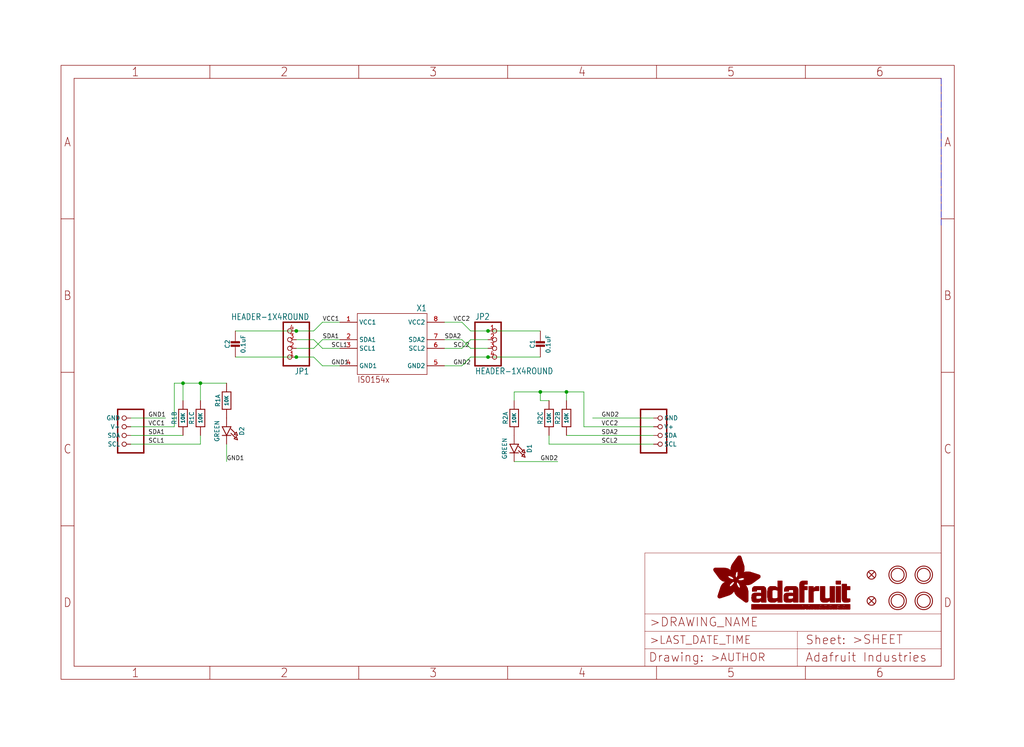
<source format=kicad_sch>
(kicad_sch (version 20211123) (generator eeschema)
  (paper "User" 298.45 217.881)
  (lib_symbols
    (symbol "schematicEagle-eagle-import:CAP_CERAMIC0603_NO"
      (property "Reference" "C" (at -2.29 1.25 90))
      (property "Value" "CAP_CERAMIC0603_NO" (at 2.3 1.25 90))
      (symbol "CAP_CERAMIC0603_NO_1_0"
        (pin passive line (at 0 5.08 270) (length 2.54) (name "1") (number "1"))
        (pin passive line (at 0 -2.54 90) (length 2.54) (name "2") (number "2"))
      )
    )
    (symbol "schematicEagle-eagle-import:FIDUCIAL_1MM")
    (symbol "schematicEagle-eagle-import:FRAME_A4_ADAFRUIT"
      (symbol "FRAME_A4_ADAFRUIT_0_0"
        (text "1" (at 21.6958 1.905 0) (effects (font (size 2.54 2.286))))
        (text "1" (at 21.6958 177.165 0) (effects (font (size 2.54 2.286))))
        (text "2" (at 65.0875 1.905 0) (effects (font (size 2.54 2.286))))
        (text "2" (at 65.0875 177.165 0) (effects (font (size 2.54 2.286))))
        (text "3" (at 108.4792 1.905 0) (effects (font (size 2.54 2.286))))
        (text "3" (at 108.4792 177.165 0) (effects (font (size 2.54 2.286))))
        (text "4" (at 151.8708 1.905 0) (effects (font (size 2.54 2.286))))
        (text "4" (at 151.8708 177.165 0) (effects (font (size 2.54 2.286))))
        (text "5" (at 195.2625 1.905 0) (effects (font (size 2.54 2.286))))
        (text "5" (at 195.2625 177.165 0) (effects (font (size 2.54 2.286))))
        (text "6" (at 238.6542 1.905 0) (effects (font (size 2.54 2.286))))
        (text "6" (at 238.6542 177.165 0) (effects (font (size 2.54 2.286))))
        (text "A" (at 1.905 156.6863 0) (effects (font (size 2.54 2.286))))
        (text "A" (at 258.445 156.6863 0) (effects (font (size 2.54 2.286))))
        (text "B" (at 1.905 111.9188 0) (effects (font (size 2.54 2.286))))
        (text "B" (at 258.445 111.9188 0) (effects (font (size 2.54 2.286))))
        (text "C" (at 1.905 67.1513 0) (effects (font (size 2.54 2.286))))
        (text "C" (at 258.445 67.1513 0) (effects (font (size 2.54 2.286))))
        (text "D" (at 1.905 22.3838 0) (effects (font (size 2.54 2.286))))
        (text "D" (at 258.445 22.3838 0) (effects (font (size 2.54 2.286))))
      )
      (symbol "FRAME_A4_ADAFRUIT_1_0"
        (text ">AUTHOR" (at 189.23 5.08 0) (effects (font (size 2.286 2.286)) (justify left bottom)))
        (text ">DRAWING_NAME" (at 171.45 15.24 0) (effects (font (size 2.54 2.54)) (justify left bottom)))
        (text ">LAST_DATE_TIME" (at 171.45 10.16 0) (effects (font (size 2.286 2.286)) (justify left bottom)))
        (text ">SHEET" (at 230.505 10.16 0) (effects (font (size 2.54 2.54)) (justify left bottom)))
        (text "Adafruit Industries" (at 216.916 4.953 0) (effects (font (size 2.54 2.54)) (justify left bottom)))
        (text "Drawing:" (at 171.196 4.953 0) (effects (font (size 2.54 2.54)) (justify left bottom)))
        (text "Sheet:" (at 216.916 10.033 0) (effects (font (size 2.54 2.54)) (justify left bottom)))
      )
    )
    (symbol "schematicEagle-eagle-import:HEADER-1X4ROUND"
      (property "Reference" "JP" (at -6.35 8.255 0))
      (property "Value" "HEADER-1X4ROUND" (at -6.35 -7.62 0))
      (symbol "HEADER-1X4ROUND_1_0"
        (pin passive inverted (at -2.54 5.08 0) (length 2.54) (name "1") (number "1"))
        (pin passive inverted (at -2.54 2.54 0) (length 2.54) (name "2") (number "2"))
        (pin passive inverted (at -2.54 0 0) (length 2.54) (name "3") (number "3"))
        (pin passive inverted (at -2.54 -2.54 0) (length 2.54) (name "4") (number "4"))
      )
    )
    (symbol "schematicEagle-eagle-import:ISO154X"
      (property "Reference" "X" (at 10.16 12.7 0))
      (symbol "ISO154X_1_0"
        (text "ISO154x" (at -10.16 -10.16 0) (effects (font (size 1.778 1.5113)) (justify left bottom)))
        (pin power_in line (at -15.24 7.62 0) (length 5.08) (name "VCC1") (number "1"))
        (pin bidirectional line (at -15.24 2.54 0) (length 5.08) (name "SDA1") (number "2"))
        (pin bidirectional line (at -15.24 0 0) (length 5.08) (name "SCL1") (number "3"))
        (pin power_in line (at -15.24 -5.08 0) (length 5.08) (name "GND1") (number "4"))
        (pin power_in line (at 15.24 -5.08 180) (length 5.08) (name "GND2") (number "5"))
        (pin bidirectional line (at 15.24 0 180) (length 5.08) (name "SCL2") (number "6"))
        (pin bidirectional line (at 15.24 2.54 180) (length 5.08) (name "SDA2") (number "7"))
        (pin power_in line (at 15.24 7.62 180) (length 5.08) (name "VCC2") (number "8"))
      )
    )
    (symbol "schematicEagle-eagle-import:LED0603_NOOUTLINE"
      (property "Reference" "D" (at -1.27 4.445 0))
      (property "Value" "LED0603_NOOUTLINE" (at -1.27 -2.794 0))
      (symbol "LED0603_NOOUTLINE_1_0"
        (pin passive line (at -5.08 0 0) (length 2.54) (name "A") (number "A"))
        (pin passive line (at 2.54 0 180) (length 2.54) (name "C") (number "C"))
      )
    )
    (symbol "schematicEagle-eagle-import:MOUNTINGHOLE2.5")
    (symbol "schematicEagle-eagle-import:RESISTOR_4PACK"
      (property "Reference" "R" (at 0 2.54 0))
      (property "Value" "RESISTOR_4PACK" (at 0 0 0))
      (symbol "RESISTOR_4PACK_1_0"
        (pin passive line (at -5.08 0 0) (length 2.54) (name "1") (number "1"))
        (pin passive line (at 5.08 0 180) (length 2.54) (name "2") (number "8"))
      )
      (symbol "RESISTOR_4PACK_2_0"
        (pin passive line (at -5.08 0 0) (length 2.54) (name "1") (number "2"))
        (pin passive line (at 5.08 0 180) (length 2.54) (name "2") (number "7"))
      )
      (symbol "RESISTOR_4PACK_3_0"
        (pin passive line (at -5.08 0 0) (length 2.54) (name "1") (number "3"))
        (pin passive line (at 5.08 0 180) (length 2.54) (name "2") (number "6"))
      )
      (symbol "RESISTOR_4PACK_4_0"
        (pin passive line (at -5.08 0 0) (length 2.54) (name "1") (number "4"))
        (pin passive line (at 5.08 0 180) (length 2.54) (name "2") (number "5"))
      )
    )
    (symbol "schematicEagle-eagle-import:STEMMA_I2C_QT"
      (symbol "STEMMA_I2C_QT_1_0"
        (pin passive inverted (at 0 5.08 0) (length 2.54) (name "GND") (number "1"))
        (pin passive inverted (at 0 2.54 0) (length 2.54) (name "V+") (number "2"))
        (pin passive inverted (at 0 0 0) (length 2.54) (name "SDA") (number "3"))
        (pin passive inverted (at 0 -2.54 0) (length 2.54) (name "SCL") (number "4"))
      )
      (symbol "STEMMA_I2C_QT_2_0"
        (pin bidirectional line (at 0 0 0) (length 5.08) (name "MT") (number "MT1"))
      )
      (symbol "STEMMA_I2C_QT_3_0"
        (pin bidirectional line (at 0 0 0) (length 5.08) (name "MT") (number "MT2"))
      )
    )
  )
  (junction (at 142.24 96.52))
  (junction (at 53.34 111.76))
  (junction (at 157.48 114.3))
  (junction (at 142.24 104.14))
  (junction (at 86.36 96.52))
  (junction (at 58.42 111.76))
  (junction (at 165.1 114.3))
  (junction (at 86.36 104.14))
  (wire (pts (xy 157.48 116.84) (xy 160.02 116.84)))
  (wire (pts (xy 134.62 106.68) (xy 137.16 104.14)))
  (wire (pts (xy 93.98 101.6) (xy 99.06 101.6)))
  (wire (pts (xy 58.42 111.76) (xy 66.04 111.76)))
  (wire (pts (xy 149.86 134.62) (xy 162.56 134.62)))
  (wire (pts (xy 86.36 96.52) (xy 68.58 96.52)))
  (wire (pts (xy 93.98 106.68) (xy 99.06 106.68)))
  (wire (pts (xy 157.48 114.3) (xy 149.86 114.3)))
  (wire (pts (xy 38.1 129.54) (xy 58.42 129.54)))
  (wire (pts (xy 142.24 96.52) (xy 137.16 96.52)))
  (wire (pts (xy 137.16 101.6) (xy 142.24 101.6)))
  (wire (pts (xy 137.16 104.14) (xy 142.24 104.14)))
  (wire (pts (xy 53.34 116.84) (xy 53.34 111.76)))
  (wire (pts (xy 86.36 101.6) (xy 91.44 101.6)))
  (wire (pts (xy 142.24 99.06) (xy 137.16 99.06)))
  (wire (pts (xy 165.1 114.3) (xy 165.1 116.84)))
  (wire (pts (xy 86.36 104.14) (xy 68.58 104.14)))
  (wire (pts (xy 165.1 127) (xy 190.5 127)))
  (wire (pts (xy 134.62 93.98) (xy 129.54 93.98)))
  (wire (pts (xy 38.1 127) (xy 53.34 127)))
  (wire (pts (xy 50.8 124.46) (xy 50.8 111.76)))
  (wire (pts (xy 86.36 96.52) (xy 91.44 96.52)))
  (wire (pts (xy 38.1 124.46) (xy 50.8 124.46)))
  (wire (pts (xy 149.86 114.3) (xy 149.86 116.84)))
  (wire (pts (xy 165.1 114.3) (xy 157.48 114.3)))
  (wire (pts (xy 142.24 96.52) (xy 157.48 96.52)))
  (wire (pts (xy 91.44 101.6) (xy 93.98 99.06)))
  (wire (pts (xy 170.18 114.3) (xy 165.1 114.3)))
  (wire (pts (xy 66.04 129.54) (xy 66.04 134.62)))
  (wire (pts (xy 38.1 121.92) (xy 48.26 121.92)))
  (polyline (pts (xy 274.32 22.86) (xy 274.32 66.04)))
  (wire (pts (xy 137.16 96.52) (xy 134.62 93.98)))
  (wire (pts (xy 93.98 93.98) (xy 99.06 93.98)))
  (wire (pts (xy 137.16 99.06) (xy 134.62 101.6)))
  (wire (pts (xy 129.54 106.68) (xy 134.62 106.68)))
  (wire (pts (xy 134.62 99.06) (xy 137.16 101.6)))
  (wire (pts (xy 86.36 104.14) (xy 91.44 104.14)))
  (wire (pts (xy 93.98 99.06) (xy 99.06 99.06)))
  (wire (pts (xy 91.44 104.14) (xy 93.98 106.68)))
  (wire (pts (xy 58.42 111.76) (xy 58.42 116.84)))
  (wire (pts (xy 91.44 99.06) (xy 93.98 101.6)))
  (wire (pts (xy 170.18 124.46) (xy 170.18 114.3)))
  (wire (pts (xy 50.8 111.76) (xy 53.34 111.76)))
  (wire (pts (xy 134.62 101.6) (xy 129.54 101.6)))
  (wire (pts (xy 160.02 127) (xy 160.02 129.54)))
  (wire (pts (xy 142.24 104.14) (xy 157.48 104.14)))
  (wire (pts (xy 53.34 111.76) (xy 58.42 111.76)))
  (wire (pts (xy 86.36 99.06) (xy 91.44 99.06)))
  (wire (pts (xy 157.48 114.3) (xy 157.48 116.84)))
  (wire (pts (xy 129.54 99.06) (xy 134.62 99.06)))
  (wire (pts (xy 172.72 121.92) (xy 190.5 121.92)))
  (wire (pts (xy 190.5 129.54) (xy 160.02 129.54)))
  (wire (pts (xy 58.42 129.54) (xy 58.42 127)))
  (wire (pts (xy 190.5 124.46) (xy 170.18 124.46)))
  (wire (pts (xy 91.44 96.52) (xy 93.98 93.98)))
  (label "VCC1" (at 93.98 93.98 0) (effects (font (size 1.2446 1.2446))))
  (label "GND1" (at 66.04 134.62 0) (effects (font (size 1.2446 1.2446))))
  (label "SCL2" (at 175.26 129.54 0) (effects (font (size 1.2446 1.2446))))
  (label "SDA2" (at 175.26 127 0) (effects (font (size 1.2446 1.2446))))
  (label "GND2" (at 175.26 121.92 0) (effects (font (size 1.2446 1.2446))))
  (label "SDA1" (at 93.98 99.06 0) (effects (font (size 1.2446 1.2446))))
  (label "SCL1" (at 43.18 129.54 0) (effects (font (size 1.2446 1.2446))))
  (label "GND2" (at 132.08 106.68 0) (effects (font (size 1.2446 1.2446))))
  (label "GND2" (at 157.48 134.62 0) (effects (font (size 1.2446 1.2446))))
  (label "SDA1" (at 43.18 127 0) (effects (font (size 1.2446 1.2446))))
  (label "VCC2" (at 175.26 124.46 0) (effects (font (size 1.2446 1.2446))))
  (label "GND1" (at 96.52 106.68 0) (effects (font (size 1.2446 1.2446))))
  (label "VCC2" (at 132.08 93.98 0) (effects (font (size 1.2446 1.2446))))
  (label "VCC1" (at 43.18 124.46 0) (effects (font (size 1.2446 1.2446))))
  (label "SCL2" (at 132.08 101.6 0) (effects (font (size 1.2446 1.2446))))
  (label "GND1" (at 43.18 121.92 0) (effects (font (size 1.2446 1.2446))))
  (label "SCL1" (at 96.52 101.6 0) (effects (font (size 1.2446 1.2446))))
  (label "SDA2" (at 129.54 99.06 0) (effects (font (size 1.2446 1.2446))))
  (symbol (lib_id "schematicEagle-eagle-import:RESISTOR_4PACK") (at 66.04 116.84 90) (unit 1)
    (property "Reference" "R1" (at 63.5 116.84 0))
    (property "Value" "10K" (at 66.04 116.84 0) (effects (font (size 1.016 1.016) bold)))
    (property "Footprint" "schematicEagle:RESPACK_4X0603" (effects hide))
  )
  (symbol (lib_id "schematicEagle-eagle-import:LED0603_NOOUTLINE") (at 149.86 132.08 270) (unit 1)
    (property "Reference" "D1" (at 154.305 130.81 0))
    (property "Value" "GREEN" (at 147.066 130.81 0))
    (property "Footprint" "schematicEagle:CHIPLED_0603_NOOUTLINE" (effects hide))
  )
  (symbol (lib_id "schematicEagle-eagle-import:CAP_CERAMIC0603_NO") (at 68.58 101.6 0) (unit 1)
    (property "Reference" "C2" (at 66.29 100.35 90))
    (property "Value" "0.1uF" (at 70.88 100.35 90))
    (property "Footprint" "schematicEagle:0603-NO" (effects hide))
  )
  (symbol (lib_id "schematicEagle-eagle-import:RESISTOR_4PACK") (at 165.1 121.92 90) (unit 2)
    (property "Reference" "R2" (at 162.56 121.92 0))
    (property "Value" "10K" (at 165.1 121.92 0) (effects (font (size 1.016 1.016) bold)))
    (property "Footprint" "schematicEagle:RESPACK_4X0603" (effects hide))
  )
  (symbol (lib_id "schematicEagle-eagle-import:RESISTOR_4PACK") (at 149.86 121.92 90) (unit 1)
    (property "Reference" "R2" (at 147.32 121.92 0))
    (property "Value" "10K" (at 149.86 121.92 0) (effects (font (size 1.016 1.016) bold)))
    (property "Footprint" "schematicEagle:RESPACK_4X0603" (effects hide))
  )
  (symbol (lib_id "schematicEagle-eagle-import:MOUNTINGHOLE2.5") (at 269.24 167.64 0) (unit 1)
    (property "Reference" "U$19" (effects hide))
    (property "Value" "MOUNTINGHOLE2.5" (effects hide))
    (property "Footprint" "schematicEagle:MOUNTINGHOLE_2.5_PLATED" (effects hide))
  )
  (symbol (lib_id "schematicEagle-eagle-import:RESISTOR_4PACK") (at 53.34 121.92 90) (unit 2)
    (property "Reference" "R1" (at 50.8 121.92 0))
    (property "Value" "10K" (at 53.34 121.92 0) (effects (font (size 1.016 1.016) bold)))
    (property "Footprint" "schematicEagle:RESPACK_4X0603" (effects hide))
  )
  (symbol (lib_id "schematicEagle-eagle-import:STEMMA_I2C_QT") (at 190.5 127 0) (unit 1)
    (property "Reference" "CONN4" (effects hide))
    (property "Value" "STEMMA_I2C_QT" (effects hide))
    (property "Footprint" "schematicEagle:JST_SH4" (effects hide))
  )
  (symbol (lib_id "schematicEagle-eagle-import:LED0603_NOOUTLINE") (at 66.04 127 270) (unit 1)
    (property "Reference" "D2" (at 70.485 125.73 0))
    (property "Value" "GREEN" (at 63.246 125.73 0))
    (property "Footprint" "schematicEagle:CHIPLED_0603_NOOUTLINE" (effects hide))
  )
  (symbol (lib_id "schematicEagle-eagle-import:RESISTOR_4PACK") (at 58.42 121.92 90) (unit 3)
    (property "Reference" "R1" (at 55.88 121.92 0))
    (property "Value" "10K" (at 58.42 121.92 0) (effects (font (size 1.016 1.016) bold)))
    (property "Footprint" "schematicEagle:RESPACK_4X0603" (effects hide))
  )
  (symbol (lib_id "schematicEagle-eagle-import:HEADER-1X4ROUND") (at 83.82 99.06 180) (unit 1)
    (property "Reference" "JP1" (at 90.17 107.315 0) (effects (font (size 1.778 1.5113)) (justify left bottom)))
    (property "Value" "HEADER-1X4ROUND" (at 90.17 91.44 0) (effects (font (size 1.778 1.5113)) (justify left bottom)))
    (property "Footprint" "schematicEagle:1X04_ROUND" (effects hide))
  )
  (symbol (lib_id "schematicEagle-eagle-import:ISO154X") (at 114.3 101.6 0) (unit 1)
    (property "Reference" "X1" (at 124.46 88.9 0) (effects (font (size 1.778 1.5113)) (justify right top)))
    (property "Value" "ISO154X" (effects hide))
    (property "Footprint" "schematicEagle:SOIC8_150MIL" (effects hide))
  )
  (symbol (lib_id "schematicEagle-eagle-import:STEMMA_I2C_QT") (at 38.1 127 0) (mirror y) (unit 1)
    (property "Reference" "CONN3" (effects hide))
    (property "Value" "STEMMA_I2C_QT" (effects hide))
    (property "Footprint" "schematicEagle:JST_SH4" (effects hide))
  )
  (symbol (lib_id "schematicEagle-eagle-import:FRAME_A4_ADAFRUIT") (at 17.78 198.12 0) (unit 1)
    (property "Reference" "#U$18" (effects hide))
    (property "Value" "FRAME_A4_ADAFRUIT" (effects hide))
    (property "Footprint" "schematicEagle:" (effects hide))
  )
  (symbol (lib_id "schematicEagle-eagle-import:HEADER-1X4ROUND") (at 144.78 101.6 0) (unit 1)
    (property "Reference" "JP2" (at 138.43 93.345 0) (effects (font (size 1.778 1.5113)) (justify left bottom)))
    (property "Value" "HEADER-1X4ROUND" (at 138.43 109.22 0) (effects (font (size 1.778 1.5113)) (justify left bottom)))
    (property "Footprint" "schematicEagle:1X04_ROUND" (effects hide))
  )
  (symbol (lib_id "schematicEagle-eagle-import:CAP_CERAMIC0603_NO") (at 157.48 101.6 0) (unit 1)
    (property "Reference" "C1" (at 155.19 100.35 90))
    (property "Value" "0.1uF" (at 159.78 100.35 90))
    (property "Footprint" "schematicEagle:0603-NO" (effects hide))
  )
  (symbol (lib_id "schematicEagle-eagle-import:MOUNTINGHOLE2.5") (at 261.62 175.26 0) (unit 1)
    (property "Reference" "U$1" (effects hide))
    (property "Value" "MOUNTINGHOLE2.5" (effects hide))
    (property "Footprint" "schematicEagle:MOUNTINGHOLE_2.5_PLATED" (effects hide))
  )
  (symbol (lib_id "schematicEagle-eagle-import:MOUNTINGHOLE2.5") (at 269.24 175.26 0) (unit 1)
    (property "Reference" "U$21" (effects hide))
    (property "Value" "MOUNTINGHOLE2.5" (effects hide))
    (property "Footprint" "schematicEagle:MOUNTINGHOLE_2.5_PLATED" (effects hide))
  )
  (symbol (lib_id "schematicEagle-eagle-import:RESISTOR_4PACK") (at 160.02 121.92 90) (unit 3)
    (property "Reference" "R2" (at 157.48 121.92 0))
    (property "Value" "10K" (at 160.02 121.92 0) (effects (font (size 1.016 1.016) bold)))
    (property "Footprint" "schematicEagle:RESPACK_4X0603" (effects hide))
  )
  (symbol (lib_id "schematicEagle-eagle-import:MOUNTINGHOLE2.5") (at 261.62 167.64 0) (unit 1)
    (property "Reference" "U$17" (effects hide))
    (property "Value" "MOUNTINGHOLE2.5" (effects hide))
    (property "Footprint" "schematicEagle:MOUNTINGHOLE_2.5_PLATED" (effects hide))
  )
  (symbol (lib_id "schematicEagle-eagle-import:FIDUCIAL_1MM") (at 254 167.64 0) (unit 1)
    (property "Reference" "FID4" (effects hide))
    (property "Value" "FIDUCIAL_1MM" (effects hide))
    (property "Footprint" "schematicEagle:FIDUCIAL_1MM" (effects hide))
  )
  (symbol (lib_id "schematicEagle-eagle-import:FIDUCIAL_1MM") (at 254 175.26 0) (unit 1)
    (property "Reference" "FID3" (effects hide))
    (property "Value" "FIDUCIAL_1MM" (effects hide))
    (property "Footprint" "schematicEagle:FIDUCIAL_1MM" (effects hide))
  )
)
</source>
